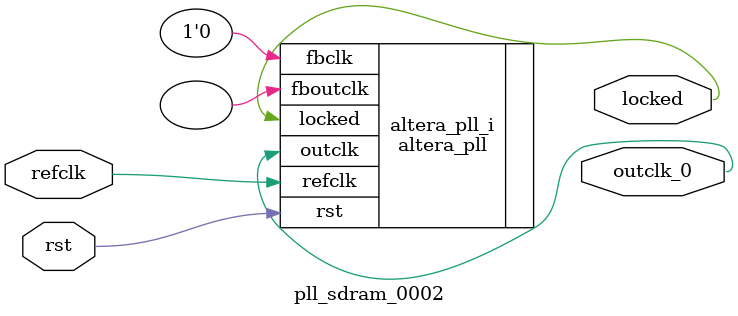
<source format=v>
`timescale 1ns/10ps
module  pll_sdram_0002(

	// interface 'refclk'
	input wire refclk,

	// interface 'reset'
	input wire rst,

	// interface 'outclk0'
	output wire outclk_0,

	// interface 'locked'
	output wire locked
);

	altera_pll #(
		.fractional_vco_multiplier("true"),
		.reference_clock_frequency("74.5 MHz"),
		.operation_mode("direct"),
		.number_of_clocks(1),
		.output_clock_frequency0("133.000000 MHz"),
		.phase_shift0("0 ps"),
		.duty_cycle0(50),
		.output_clock_frequency1("0 MHz"),
		.phase_shift1("0 ps"),
		.duty_cycle1(50),
		.output_clock_frequency2("0 MHz"),
		.phase_shift2("0 ps"),
		.duty_cycle2(50),
		.output_clock_frequency3("0 MHz"),
		.phase_shift3("0 ps"),
		.duty_cycle3(50),
		.output_clock_frequency4("0 MHz"),
		.phase_shift4("0 ps"),
		.duty_cycle4(50),
		.output_clock_frequency5("0 MHz"),
		.phase_shift5("0 ps"),
		.duty_cycle5(50),
		.output_clock_frequency6("0 MHz"),
		.phase_shift6("0 ps"),
		.duty_cycle6(50),
		.output_clock_frequency7("0 MHz"),
		.phase_shift7("0 ps"),
		.duty_cycle7(50),
		.output_clock_frequency8("0 MHz"),
		.phase_shift8("0 ps"),
		.duty_cycle8(50),
		.output_clock_frequency9("0 MHz"),
		.phase_shift9("0 ps"),
		.duty_cycle9(50),
		.output_clock_frequency10("0 MHz"),
		.phase_shift10("0 ps"),
		.duty_cycle10(50),
		.output_clock_frequency11("0 MHz"),
		.phase_shift11("0 ps"),
		.duty_cycle11(50),
		.output_clock_frequency12("0 MHz"),
		.phase_shift12("0 ps"),
		.duty_cycle12(50),
		.output_clock_frequency13("0 MHz"),
		.phase_shift13("0 ps"),
		.duty_cycle13(50),
		.output_clock_frequency14("0 MHz"),
		.phase_shift14("0 ps"),
		.duty_cycle14(50),
		.output_clock_frequency15("0 MHz"),
		.phase_shift15("0 ps"),
		.duty_cycle15(50),
		.output_clock_frequency16("0 MHz"),
		.phase_shift16("0 ps"),
		.duty_cycle16(50),
		.output_clock_frequency17("0 MHz"),
		.phase_shift17("0 ps"),
		.duty_cycle17(50),
		.pll_type("General"),
		.pll_subtype("General")
	) altera_pll_i (
		.rst	(rst),
		.outclk	({outclk_0}),
		.locked	(locked),
		.fboutclk	( ),
		.fbclk	(1'b0),
		.refclk	(refclk)
	);
endmodule


</source>
